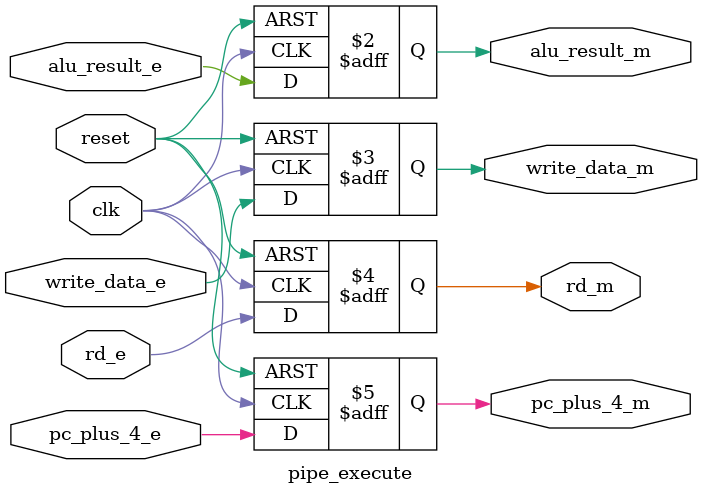
<source format=sv>
`timescale 1ns/1ps

module pipe_execute(
	input logic clk,
	input logic reset,
	input logic alu_result_e,
	input logic write_data_e,
	input logic rd_e,
	input logic pc_plus_4_e,
	output logic alu_result_m,
    output logic write_data_m,
    output logic rd_m,
    output logic pc_plus_4_m
);

always_ff @(posedge clk, posedge reset)
	if (reset) begin
		alu_result_m <= 0;
		write_data_m <= 0;
		rd_m <= 0;
		pc_plus_4_m <= 0;
	end else begin
		alu_result_m <= alu_result_e;
        write_data_m <= write_data_e;
        rd_m <= rd_e;
        pc_plus_4_m <= pc_plus_4_e;
	end
endmodule

</source>
